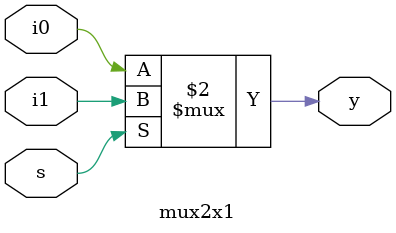
<source format=v>
module mux8x1_4x1(
    input [7:0]i,
    input[2:0]s,
    output y);
    wire y1,y2;
    mux4_1 m1(.i(i[3:0]),.s(s[1:0]),.y(y1)); 
    mux4_1 m2(.i(i[7:4]),.s(s[1:0]),.y(y2)); 
    mux2x1 m3(.i0(y1),.i1(y2),.s(s[2]),.y(y));
endmodule

module mux4_1(input [3:0]i,
              input [1:0]s,
              output y);
       assign y=(s==2'b00)?i[0]:
                (s==2'b01)?i[1]:
                (s==2'b10)?i[2]:i[3];
                    
endmodule

module mux2x1 (input i0,i1,
               input s,
               output y);
            
       assign y=(s==0)?i0:i1;
            
endmodule            
            

</source>
